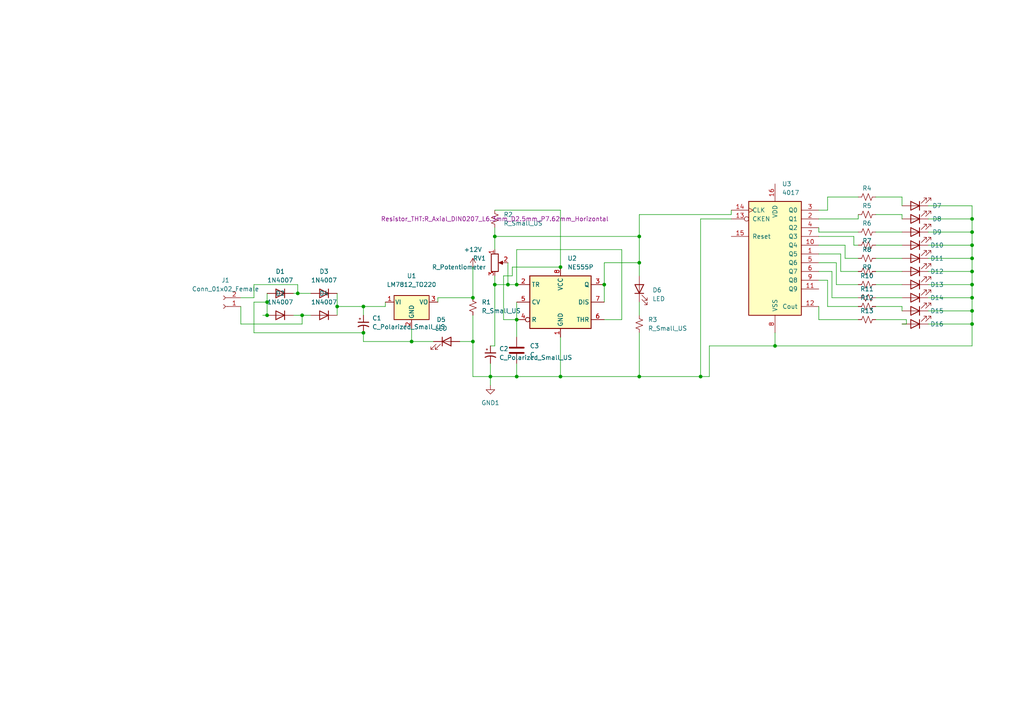
<source format=kicad_sch>
(kicad_sch (version 20211123) (generator eeschema)
  (paper "A4")
  (lib_symbols
    (symbol "4xxx:4017" (pin_names (offset 1.016))
      (property "Reference" "U" (at -7.62 16.51 0))
      (property "Value" "4017" (at -7.62 -19.05 0))
      (symbol "4017_1_0"
        (pin output line (at 12.7 0 180) (length 5.08) (name "Q5") (number "1"))
        (pin output line (at 12.7 2.54 180) (length 5.08) (name "Q4") (number "10"))
        (pin output line (at 12.7 -10.16 180) (length 5.08) (name "Q9") (number "11"))
        (pin output line (at 12.7 -15.24 180) (length 5.08) (name "Cout") (number "12"))
        (pin input inverted (at -12.7 10.16 0) (length 5.08) (name "CKEN") (number "13"))
        (pin input clock (at -12.7 12.7 0) (length 5.08) (name "CLK") (number "14"))
        (pin input line (at -12.7 5.08 0) (length 5.08) (name "Reset") (number "15"))
        (pin power_in line (at 0 20.32 270) (length 5.08) (name "VDD") (number "16"))
        (pin output line (at 12.7 10.16 180) (length 5.08) (name "Q1") (number "2"))
        (pin output line (at 12.7 12.7 180) (length 5.08) (name "Q0") (number "3"))
        (pin output line (at 12.7 7.62 180) (length 5.08) (name "Q2") (number "4"))
        (pin output line (at 12.7 -2.54 180) (length 5.08) (name "Q6") (number "5"))
        (pin output line (at 12.7 -5.08 180) (length 5.08) (name "Q7") (number "6"))
        (pin output line (at 12.7 5.08 180) (length 5.08) (name "Q3") (number "7"))
        (pin power_in line (at 0 -22.86 90) (length 5.08) (name "VSS") (number "8"))
        (pin output line (at 12.7 -7.62 180) (length 5.08) (name "Q8") (number "9"))
      )
      (symbol "4017_1_1"
        (rectangle (start -7.62 15.24) (end 7.62 -17.78) (stroke (width 0.254)) (fill (type background)))
      )
    )
    (symbol "Connector:Conn_01x02_Female" (pin_names (offset 1.016) hide)
      (property "Reference" "J" (at 0 2.54 0))
      (property "Value" "Conn_01x02_Female" (at 0 -5.08 0))
      (symbol "Conn_01x02_Female_1_1"
        (arc (start 0 -2.032) (mid -0.508 -2.54) (end 0 -3.048) (stroke (width 0.1524)))
        (polyline (pts (xy -1.27 -2.54) (xy -0.508 -2.54)) (stroke (width 0.1524)))
        (polyline (pts (xy -1.27 0) (xy -0.508 0)) (stroke (width 0.1524)))
        (arc (start 0 0.508) (mid -0.508 0) (end 0 -0.508) (stroke (width 0.1524)))
        (pin passive line (at -5.08 0 0) (length 3.81) (name "Pin_1") (number "1"))
        (pin passive line (at -5.08 -2.54 0) (length 3.81) (name "Pin_2") (number "2"))
      )
    )
    (symbol "Device:C" (pin_numbers hide) (pin_names (offset 0.254))
      (property "Reference" "C" (at 0.635 2.54 0))
      (property "Value" "C" (at 0.635 -2.54 0))
      (symbol "C_0_1"
        (polyline (pts (xy -2.032 -0.762) (xy 2.032 -0.762)) (stroke (width 0.508)))
        (polyline (pts (xy -2.032 0.762) (xy 2.032 0.762)) (stroke (width 0.508)))
      )
      (symbol "C_1_1"
        (pin passive line (at 0 3.81 270) (length 2.794) (name "~") (number "1"))
        (pin passive line (at 0 -3.81 90) (length 2.794) (name "~") (number "2"))
      )
    )
    (symbol "Device:C_Polarized_Small_US" (pin_numbers hide) (pin_names (offset 0.254) hide)
      (property "Reference" "C" (at 0.254 1.778 0))
      (property "Value" "C_Polarized_Small_US" (at 0.254 -2.032 0))
      (symbol "C_Polarized_Small_US_0_1"
        (polyline (pts (xy -1.524 0.508) (xy 1.524 0.508)) (stroke (width 0.3048)))
        (polyline (pts (xy -1.27 1.524) (xy -0.762 1.524)))
        (polyline (pts (xy -1.016 1.27) (xy -1.016 1.778)))
        (arc (start 1.524 -0.762) (mid 0 -0.3734) (end -1.524 -0.762) (stroke (width 0.3048)))
      )
      (symbol "C_Polarized_Small_US_1_1"
        (pin passive line (at 0 2.54 270) (length 2.032) (name "~") (number "1"))
        (pin passive line (at 0 -2.54 90) (length 2.032) (name "~") (number "2"))
      )
    )
    (symbol "Device:LED" (pin_numbers hide) (pin_names (offset 1.016) hide)
      (property "Reference" "D" (at 0 2.54 0))
      (property "Value" "LED" (at 0 -2.54 0))
      (symbol "LED_0_1"
        (polyline (pts (xy -1.27 -1.27) (xy -1.27 1.27)) (stroke (width 0.254)))
        (polyline (pts (xy -1.27 0) (xy 1.27 0)))
        (polyline (pts (xy 1.27 -1.27) (xy 1.27 1.27) (xy -1.27 0) (xy 1.27 -1.27)) (stroke (width 0.254)))
        (polyline (pts (xy -3.048 -0.762) (xy -4.572 -2.286) (xy -3.81 -2.286) (xy -4.572 -2.286) (xy -4.572 -1.524)))
        (polyline (pts (xy -1.778 -0.762) (xy -3.302 -2.286) (xy -2.54 -2.286) (xy -3.302 -2.286) (xy -3.302 -1.524)))
      )
      (symbol "LED_1_1"
        (pin passive line (at -3.81 0 0) (length 2.54) (name "K") (number "1"))
        (pin passive line (at 3.81 0 180) (length 2.54) (name "A") (number "2"))
      )
    )
    (symbol "Device:R_Potentiometer" (pin_names (offset 1.016) hide)
      (property "Reference" "RV" (at -4.445 0 90))
      (property "Value" "R_Potentiometer" (at -2.54 0 90))
      (symbol "R_Potentiometer_0_1"
        (polyline (pts (xy 2.54 0) (xy 1.524 0)))
        (polyline (pts (xy 1.143 0) (xy 2.286 0.508) (xy 2.286 -0.508) (xy 1.143 0)) (fill (type outline)))
        (rectangle (start 1.016 2.54) (end -1.016 -2.54) (stroke (width 0.254)))
      )
      (symbol "R_Potentiometer_1_1"
        (pin passive line (at 0 3.81 270) (length 1.27) (name "1") (number "1"))
        (pin passive line (at 3.81 0 180) (length 1.27) (name "2") (number "2"))
        (pin passive line (at 0 -3.81 90) (length 1.27) (name "3") (number "3"))
      )
    )
    (symbol "Device:R_Small_US" (pin_numbers hide) (pin_names (offset 0.254) hide)
      (property "Reference" "R" (at 0.762 0.508 0))
      (property "Value" "R_Small_US" (at 0.762 -1.016 0))
      (symbol "R_Small_US_1_1"
        (polyline (pts (xy 0 0) (xy 1.016 -0.381) (xy 0 -0.762) (xy -1.016 -1.143) (xy 0 -1.524)))
        (polyline (pts (xy 0 1.524) (xy 1.016 1.143) (xy 0 0.762) (xy -1.016 0.381) (xy 0 0)))
        (pin passive line (at 0 2.54 270) (length 1.016) (name "~") (number "1"))
        (pin passive line (at 0 -2.54 90) (length 1.016) (name "~") (number "2"))
      )
    )
    (symbol "Diode:1N4007" (pin_numbers hide) (pin_names (offset 1.016) hide)
      (property "Reference" "D" (at 0 2.54 0))
      (property "Value" "1N4007" (at 0 -2.54 0))
      (symbol "1N4007_0_1"
        (polyline (pts (xy -1.27 1.27) (xy -1.27 -1.27)) (stroke (width 0.254)))
        (polyline (pts (xy 1.27 0) (xy -1.27 0)))
        (polyline (pts (xy 1.27 1.27) (xy 1.27 -1.27) (xy -1.27 0) (xy 1.27 1.27)) (stroke (width 0.254)))
      )
      (symbol "1N4007_1_1"
        (pin passive line (at -3.81 0 0) (length 2.54) (name "K") (number "1"))
        (pin passive line (at 3.81 0 180) (length 2.54) (name "A") (number "2"))
      )
    )
    (symbol "Regulator_Linear:LM7812_TO220" (pin_names (offset 0.254))
      (property "Reference" "U" (at -3.81 3.175 0))
      (property "Value" "LM7812_TO220" (at 0 3.175 0))
      (symbol "LM7812_TO220_0_1"
        (rectangle (start -5.08 1.905) (end 5.08 -5.08) (stroke (width 0.254)) (fill (type background)))
      )
      (symbol "LM7812_TO220_1_1"
        (pin power_in line (at -7.62 0 0) (length 2.54) (name "VI") (number "1"))
        (pin power_in line (at 0 -7.62 90) (length 2.54) (name "GND") (number "2"))
        (pin power_out line (at 7.62 0 180) (length 2.54) (name "VO") (number "3"))
      )
    )
    (symbol "Timer:NE555P"
      (property "Reference" "U" (at -10.16 8.89 0))
      (property "Value" "NE555P" (at 2.54 8.89 0))
      (symbol "NE555P_0_0"
        (pin power_in line (at 0 -10.16 90) (length 2.54) (name "GND") (number "1"))
        (pin power_in line (at 0 10.16 270) (length 2.54) (name "VCC") (number "8"))
      )
      (symbol "NE555P_0_1"
        (rectangle (start -8.89 -7.62) (end 8.89 7.62) (stroke (width 0.254)) (fill (type background)))
        (rectangle (start -8.89 -7.62) (end 8.89 7.62) (stroke (width 0.254)) (fill (type background)))
      )
      (symbol "NE555P_1_1"
        (pin input line (at -12.7 5.08 0) (length 3.81) (name "TR") (number "2"))
        (pin output line (at 12.7 5.08 180) (length 3.81) (name "Q") (number "3"))
        (pin input inverted (at -12.7 -5.08 0) (length 3.81) (name "R") (number "4"))
        (pin input line (at -12.7 0 0) (length 3.81) (name "CV") (number "5"))
        (pin input line (at 12.7 -5.08 180) (length 3.81) (name "THR") (number "6"))
        (pin input line (at 12.7 0 180) (length 3.81) (name "DIS") (number "7"))
      )
    )
    (symbol "power:+12V" (power) (pin_names (offset 0))
      (property "Value" "+12V" (at 0 3.556 0))
      (symbol "+12V_0_1"
        (polyline (pts (xy -0.762 1.27) (xy 0 2.54)))
        (polyline (pts (xy 0 0) (xy 0 2.54)))
        (polyline (pts (xy 0 2.54) (xy 0.762 1.27)))
      )
      (symbol "+12V_1_1"
        (pin power_in line (at 0 0 90) (length 0) hide (name "+12V") (number "1"))
      )
    )
    (symbol "power:GND1" (power) (pin_names (offset 0))
      (property "Value" "GND1" (at 0 -3.81 0))
      (symbol "GND1_0_1"
        (polyline (pts (xy 0 0) (xy 0 -1.27) (xy 1.27 -1.27) (xy 0 -2.54) (xy -1.27 -1.27) (xy 0 -1.27)))
      )
      (symbol "GND1_1_1"
        (pin power_in line (at 0 0 270) (length 0) hide (name "GND1") (number "1"))
      )
    )
  )
  (junction (at 162.56 109.22))
  (junction (at 137.16 86.36))
  (junction (at 149.86 92.71))
  (junction (at 281.94 63.5))
  (junction (at 119.38 99.06))
  (junction (at 97.79 88.9))
  (junction (at 281.94 86.36))
  (junction (at 143.51 82.55))
  (junction (at 224.79 100.33))
  (junction (at 149.86 82.55))
  (junction (at 281.94 93.98))
  (junction (at 185.42 76.2))
  (junction (at 281.94 71.12))
  (junction (at 77.47 87.63))
  (junction (at 185.42 109.22))
  (junction (at 105.41 96.52))
  (junction (at 281.94 90.17))
  (junction (at 77.47 91.44))
  (junction (at 143.51 68.58))
  (junction (at 281.94 67.31))
  (junction (at 203.2 109.22))
  (junction (at 281.94 82.55))
  (junction (at 142.24 109.22))
  (junction (at 149.86 109.22))
  (junction (at 162.56 77.47))
  (junction (at 87.63 91.44))
  (junction (at 86.36 85.09))
  (junction (at 281.94 78.74))
  (junction (at 105.41 88.9))
  (junction (at 185.42 68.58))
  (junction (at 175.26 82.55))
  (junction (at 137.16 99.06))
  (junction (at 281.94 74.93))
  (junction (at 147.32 82.55))
  (wire (pts (xy 137.16 91.44) (xy 137.16 99.06)))
  (wire (pts (xy 111.76 87.63) (xy 111.76 88.9)))
  (wire (pts (xy 203.2 63.5) (xy 203.2 109.22)))
  (wire (pts (xy 281.94 86.36) (xy 281.94 90.17)))
  (wire (pts (xy 162.56 60.96) (xy 162.56 77.47)))
  (wire (pts (xy 111.76 88.9) (xy 105.41 88.9)))
  (wire (pts (xy 269.24 82.55) (xy 281.94 82.55)))
  (wire (pts (xy 105.41 88.9) (xy 97.79 88.9)))
  (wire (pts (xy 185.42 109.22) (xy 203.2 109.22)))
  (wire (pts (xy 146.05 92.71) (xy 149.86 92.71)))
  (wire (pts (xy 237.49 81.28) (xy 240.03 81.28)))
  (wire (pts (xy 143.51 80.01) (xy 143.51 82.55)))
  (wire (pts (xy 149.86 87.63) (xy 149.86 92.71)))
  (wire (pts (xy 245.11 74.93) (xy 248.92 74.93)))
  (wire (pts (xy 87.63 91.44) (xy 90.17 91.44)))
  (wire (pts (xy 262.89 92.71) (xy 262.89 93.98)))
  (wire (pts (xy 73.66 87.63) (xy 77.47 87.63)))
  (wire (pts (xy 97.79 85.09) (xy 97.79 88.9)))
  (wire (pts (xy 146.05 80.01) (xy 146.05 92.71)))
  (wire (pts (xy 162.56 77.47) (xy 148.59 77.47)))
  (wire (pts (xy 175.26 82.55) (xy 175.26 87.63)))
  (wire (pts (xy 119.38 99.06) (xy 105.41 99.06)))
  (wire (pts (xy 143.51 68.58) (xy 143.51 72.39)))
  (wire (pts (xy 243.84 73.66) (xy 243.84 78.74)))
  (wire (pts (xy 149.86 105.41) (xy 149.86 109.22)))
  (wire (pts (xy 137.16 109.22) (xy 137.16 99.06)))
  (wire (pts (xy 125.73 99.06) (xy 119.38 99.06)))
  (wire (pts (xy 97.79 88.9) (xy 97.79 91.44)))
  (wire (pts (xy 247.65 68.58) (xy 237.49 68.58)))
  (wire (pts (xy 237.49 76.2) (xy 242.57 76.2)))
  (wire (pts (xy 262.89 93.98) (xy 261.62 93.98)))
  (wire (pts (xy 269.24 86.36) (xy 281.94 86.36)))
  (wire (pts (xy 254 74.93) (xy 261.62 74.93)))
  (wire (pts (xy 241.3 86.36) (xy 248.92 86.36)))
  (wire (pts (xy 261.62 62.23) (xy 261.62 63.5)))
  (wire (pts (xy 137.16 99.06) (xy 133.35 99.06)))
  (wire (pts (xy 143.51 60.96) (xy 162.56 60.96)))
  (wire (pts (xy 73.66 82.55) (xy 86.36 82.55)))
  (wire (pts (xy 224.79 100.33) (xy 205.74 100.33)))
  (wire (pts (xy 224.79 100.33) (xy 281.94 100.33)))
  (wire (pts (xy 254 92.71) (xy 262.89 92.71)))
  (wire (pts (xy 281.94 67.31) (xy 281.94 71.12)))
  (wire (pts (xy 281.94 82.55) (xy 281.94 86.36)))
  (wire (pts (xy 245.11 71.12) (xy 245.11 74.93)))
  (wire (pts (xy 269.24 93.98) (xy 281.94 93.98)))
  (wire (pts (xy 69.85 88.9) (xy 69.85 93.98)))
  (wire (pts (xy 162.56 97.79) (xy 162.56 109.22)))
  (wire (pts (xy 162.56 109.22) (xy 185.42 109.22)))
  (wire (pts (xy 175.26 76.2) (xy 185.42 76.2)))
  (wire (pts (xy 147.32 76.2) (xy 147.32 82.55)))
  (wire (pts (xy 149.86 92.71) (xy 149.86 97.79)))
  (wire (pts (xy 73.66 96.52) (xy 73.66 87.63)))
  (wire (pts (xy 269.24 74.93) (xy 281.94 74.93)))
  (wire (pts (xy 240.03 81.28) (xy 240.03 88.9)))
  (wire (pts (xy 237.49 73.66) (xy 243.84 73.66)))
  (wire (pts (xy 242.57 76.2) (xy 242.57 82.55)))
  (wire (pts (xy 87.63 93.98) (xy 87.63 91.44)))
  (wire (pts (xy 205.74 100.33) (xy 205.74 109.22)))
  (wire (pts (xy 77.47 85.09) (xy 77.47 87.63)))
  (wire (pts (xy 180.34 72.39) (xy 149.86 72.39)))
  (wire (pts (xy 143.51 82.55) (xy 143.51 100.33)))
  (wire (pts (xy 142.24 111.76) (xy 142.24 109.22)))
  (wire (pts (xy 180.34 92.71) (xy 180.34 72.39)))
  (wire (pts (xy 281.94 71.12) (xy 281.94 74.93)))
  (wire (pts (xy 237.49 60.96) (xy 240.03 60.96)))
  (wire (pts (xy 148.59 80.01) (xy 146.05 80.01)))
  (wire (pts (xy 224.79 96.52) (xy 224.79 100.33)))
  (wire (pts (xy 269.24 63.5) (xy 281.94 63.5)))
  (wire (pts (xy 143.51 100.33) (xy 142.24 100.33)))
  (wire (pts (xy 185.42 62.23) (xy 185.42 68.58)))
  (wire (pts (xy 281.94 74.93) (xy 281.94 78.74)))
  (wire (pts (xy 127 86.36) (xy 127 87.63)))
  (wire (pts (xy 149.86 109.22) (xy 142.24 109.22)))
  (wire (pts (xy 69.85 93.98) (xy 87.63 93.98)))
  (wire (pts (xy 147.32 82.55) (xy 149.86 82.55)))
  (wire (pts (xy 248.92 63.5) (xy 248.92 62.23)))
  (wire (pts (xy 237.49 63.5) (xy 248.92 63.5)))
  (wire (pts (xy 254 62.23) (xy 261.62 62.23)))
  (wire (pts (xy 254 57.15) (xy 261.62 57.15)))
  (wire (pts (xy 105.41 99.06) (xy 105.41 96.52)))
  (wire (pts (xy 137.16 86.36) (xy 127 86.36)))
  (wire (pts (xy 76.2 91.44) (xy 77.47 91.44)))
  (wire (pts (xy 205.74 109.22) (xy 203.2 109.22)))
  (wire (pts (xy 240.03 57.15) (xy 248.92 57.15)))
  (wire (pts (xy 248.92 71.12) (xy 247.65 71.12)))
  (wire (pts (xy 212.09 60.96) (xy 212.09 62.23)))
  (wire (pts (xy 237.49 71.12) (xy 245.11 71.12)))
  (wire (pts (xy 142.24 109.22) (xy 137.16 109.22)))
  (wire (pts (xy 143.51 66.04) (xy 143.51 68.58)))
  (wire (pts (xy 85.09 85.09) (xy 86.36 85.09)))
  (wire (pts (xy 247.65 71.12) (xy 247.65 68.58)))
  (wire (pts (xy 212.09 62.23) (xy 185.42 62.23)))
  (wire (pts (xy 175.26 92.71) (xy 180.34 92.71)))
  (wire (pts (xy 149.86 72.39) (xy 149.86 82.55)))
  (wire (pts (xy 281.94 59.69) (xy 281.94 63.5)))
  (wire (pts (xy 185.42 76.2) (xy 185.42 68.58)))
  (wire (pts (xy 237.49 92.71) (xy 248.92 92.71)))
  (wire (pts (xy 212.09 63.5) (xy 203.2 63.5)))
  (wire (pts (xy 77.47 87.63) (xy 77.47 91.44)))
  (wire (pts (xy 175.26 82.55) (xy 175.26 76.2)))
  (wire (pts (xy 73.66 86.36) (xy 73.66 82.55)))
  (wire (pts (xy 243.84 78.74) (xy 248.92 78.74)))
  (wire (pts (xy 269.24 78.74) (xy 281.94 78.74)))
  (wire (pts (xy 281.94 93.98) (xy 281.94 100.33)))
  (wire (pts (xy 281.94 59.69) (xy 269.24 59.69)))
  (wire (pts (xy 185.42 68.58) (xy 143.51 68.58)))
  (wire (pts (xy 241.3 78.74) (xy 241.3 86.36)))
  (wire (pts (xy 237.49 78.74) (xy 241.3 78.74)))
  (wire (pts (xy 269.24 90.17) (xy 281.94 90.17)))
  (wire (pts (xy 254 86.36) (xy 261.62 86.36)))
  (wire (pts (xy 254 88.9) (xy 261.62 88.9)))
  (wire (pts (xy 85.09 91.44) (xy 87.63 91.44)))
  (wire (pts (xy 254 67.31) (xy 261.62 67.31)))
  (wire (pts (xy 242.57 82.55) (xy 248.92 82.55)))
  (wire (pts (xy 185.42 96.52) (xy 185.42 109.22)))
  (wire (pts (xy 69.85 86.36) (xy 73.66 86.36)))
  (wire (pts (xy 254 71.12) (xy 261.62 71.12)))
  (wire (pts (xy 137.16 77.47) (xy 137.16 86.36)))
  (wire (pts (xy 237.49 67.31) (xy 237.49 66.04)))
  (wire (pts (xy 86.36 85.09) (xy 90.17 85.09)))
  (wire (pts (xy 254 82.55) (xy 261.62 82.55)))
  (wire (pts (xy 147.32 82.55) (xy 143.51 82.55)))
  (wire (pts (xy 261.62 57.15) (xy 261.62 59.69)))
  (wire (pts (xy 119.38 95.25) (xy 119.38 99.06)))
  (wire (pts (xy 281.94 90.17) (xy 281.94 93.98)))
  (wire (pts (xy 185.42 87.63) (xy 185.42 91.44)))
  (wire (pts (xy 105.41 91.44) (xy 105.41 88.9)))
  (wire (pts (xy 162.56 109.22) (xy 149.86 109.22)))
  (wire (pts (xy 148.59 77.47) (xy 148.59 80.01)))
  (wire (pts (xy 185.42 80.01) (xy 185.42 76.2)))
  (wire (pts (xy 240.03 60.96) (xy 240.03 57.15)))
  (wire (pts (xy 105.41 96.52) (xy 73.66 96.52)))
  (wire (pts (xy 269.24 71.12) (xy 281.94 71.12)))
  (wire (pts (xy 248.92 67.31) (xy 237.49 67.31)))
  (wire (pts (xy 281.94 63.5) (xy 281.94 67.31)))
  (wire (pts (xy 254 78.74) (xy 261.62 78.74)))
  (wire (pts (xy 86.36 82.55) (xy 86.36 85.09)))
  (wire (pts (xy 142.24 105.41) (xy 142.24 109.22)))
  (wire (pts (xy 269.24 67.31) (xy 281.94 67.31)))
  (wire (pts (xy 261.62 88.9) (xy 261.62 90.17)))
  (wire (pts (xy 237.49 88.9) (xy 237.49 92.71)))
  (wire (pts (xy 240.03 88.9) (xy 248.92 88.9)))
  (wire (pts (xy 281.94 78.74) (xy 281.94 82.55)))
  (symbol (lib_id "Device:R_Small_US") (at 137.16 88.9 0) (unit 1)
    (property "Reference" "R1" (at 139.7 87.6299 0) (effects (justify left)))
    (property "Value" "R_Small_US" (at 139.7 90.1699 0) (effects (justify left)))
    (property "Footprint" "Resistor_THT:R_Axial_DIN0204_L3.6mm_D1.6mm_P7.62mm_Horizontal" (effects hide))
  )
  (symbol (lib_id "Diode:1N4007") (at 93.98 91.44 180) (unit 1)
    (property "Reference" "D4" (at 93.98 85.09 0))
    (property "Value" "1N4007" (at 93.98 87.63 0))
    (property "Footprint" "Diode_THT:D_DO-41_SOD81_P10.16mm_Horizontal" (effects hide))
    (property "Datasheet" "http://www.vishay.com/docs/88503/1n4001.pdf" (effects hide))
  )
  (symbol (lib_id "Device:R_Small_US") (at 251.46 92.71 90) (unit 1)
    (property "Reference" "R13" (at 251.46 90.17 90))
    (property "Value" "R_Small_US" (effects hide))
    (property "Footprint" "Resistor_THT:R_Axial_DIN0204_L3.6mm_D1.6mm_P7.62mm_Horizontal" (effects hide))
  )
  (symbol (lib_id "Device:LED") (at 265.43 86.36 180) (unit 1)
    (property "Reference" "D14" (at 271.78 86.36 0))
    (property "Value" "LED" (effects hide))
    (property "Footprint" "LED_THT:LED_D4.0mm" (effects hide))
  )
  (symbol (lib_id "Device:R_Small_US") (at 251.46 88.9 90) (unit 1)
    (property "Reference" "R12" (at 251.46 86.36 90))
    (property "Value" "R_Small_US" (effects hide))
    (property "Footprint" "Resistor_THT:R_Axial_DIN0204_L3.6mm_D1.6mm_P7.62mm_Horizontal" (effects hide))
  )
  (symbol (lib_id "Device:LED") (at 265.43 90.17 180) (unit 1)
    (property "Reference" "D15" (at 271.78 90.17 0))
    (property "Value" "LED" (effects hide))
    (property "Footprint" "LED_THT:LED_D4.0mm" (effects hide))
  )
  (symbol (lib_id "Device:R_Small_US") (at 251.46 78.74 90) (unit 1)
    (property "Reference" "R9" (at 251.46 77.47 90))
    (property "Value" "R_Small_US" (effects hide))
    (property "Footprint" "Resistor_THT:R_Axial_DIN0204_L3.6mm_D1.6mm_P7.62mm_Horizontal" (effects hide))
  )
  (symbol (lib_id "Device:LED") (at 185.42 83.82 90) (unit 1)
    (property "Reference" "D6" (at 189.23 84.1374 90) (effects (justify right)))
    (property "Value" "LED" (at 189.23 86.6774 90) (effects (justify right)))
    (property "Footprint" "LED_THT:LED_D5.0mm" (effects hide))
  )
  (symbol (lib_id "Device:R_Potentiometer") (at 143.51 76.2 0) (unit 1)
    (property "Reference" "RV1" (at 140.97 74.9299 0) (effects (justify right)))
    (property "Value" "R_Potentiometer" (at 140.97 77.4699 0) (effects (justify right)))
    (property "Footprint" "Potentiometer_THT:Potentiometer_Vishay_148-149_Single_Horizontal" (effects hide))
  )
  (symbol (lib_id "Device:C_Polarized_Small_US") (at 142.24 102.87 0) (unit 1)
    (property "Reference" "C2" (at 144.78 101.1681 0) (effects (justify left)))
    (property "Value" "C_Polarized_Small_US" (at 144.78 103.7081 0) (effects (justify left)))
    (property "Footprint" "Capacitor_THT:CP_Radial_D8.0mm_P2.50mm" (effects hide))
  )
  (symbol (lib_id "Device:LED") (at 265.43 67.31 180) (unit 1)
    (property "Reference" "D9" (at 271.78 67.31 0))
    (property "Value" "LED" (effects hide))
    (property "Footprint" "LED_THT:LED_D4.0mm" (effects hide))
  )
  (symbol (lib_id "Regulator_Linear:LM7812_TO220") (at 119.38 87.63 0) (unit 1)
    (property "Reference" "U1" (at 119.38 80.01 0))
    (property "Value" "LM7812_TO220" (at 119.38 82.55 0))
    (property "Footprint" "Package_TO_SOT_THT:TO-220-3_Vertical" (effects hide))
    (property "Datasheet" "https://www.onsemi.cn/PowerSolutions/document/MC7800-D.PDF" (effects hide))
  )
  (symbol (lib_id "Device:LED") (at 265.43 93.98 180) (unit 1)
    (property "Reference" "D16" (at 271.78 93.98 0))
    (property "Value" "LED" (effects hide))
    (property "Footprint" "LED_THT:LED_D4.0mm" (effects hide))
  )
  (symbol (lib_id "Device:C_Polarized_Small_US") (at 105.41 93.98 0) (unit 1)
    (property "Reference" "C1" (at 107.95 92.2781 0) (effects (justify left)))
    (property "Value" "C_Polarized_Small_US" (at 107.95 94.8181 0) (effects (justify left)))
    (property "Footprint" "Capacitor_THT:CP_Radial_D8.0mm_P2.50mm" (effects hide))
  )
  (symbol (lib_id "Device:R_Small_US") (at 251.46 82.55 90) (unit 1)
    (property "Reference" "R10" (at 251.46 80.01 90))
    (property "Value" "R_Small_US" (effects hide))
    (property "Footprint" "Resistor_THT:R_Axial_DIN0204_L3.6mm_D1.6mm_P7.62mm_Horizontal" (effects hide))
  )
  (symbol (lib_id "Device:R_Small_US") (at 251.46 62.23 90) (unit 1)
    (property "Reference" "R5" (at 251.46 59.69 90))
    (property "Value" "R_Small_US" (effects hide))
    (property "Footprint" "Resistor_THT:R_Axial_DIN0204_L3.6mm_D1.6mm_P7.62mm_Horizontal" (effects hide))
  )
  (symbol (lib_id "Timer:NE555P") (at 162.56 87.63 0) (unit 1)
    (property "Reference" "U2" (at 164.5794 74.93 0) (effects (justify left)))
    (property "Value" "NE555P" (at 164.5794 77.47 0) (effects (justify left)))
    (property "Footprint" "Package_DIP:DIP-8_W7.62mm" (effects hide))
    (property "Datasheet" "http://www.ti.com/lit/ds/symlink/ne555.pdf" (effects hide))
  )
  (symbol (lib_id "Device:LED") (at 265.43 74.93 180) (unit 1)
    (property "Reference" "D11" (at 271.78 74.93 0))
    (property "Value" "LED" (effects hide))
    (property "Footprint" "LED_THT:LED_D4.0mm" (effects hide))
  )
  (symbol (lib_id "Device:R_Small_US") (at 251.46 86.36 90) (unit 1)
    (property "Reference" "R11" (at 251.46 83.82 90))
    (property "Value" "R_Small_US" (effects hide))
    (property "Footprint" "Resistor_THT:R_Axial_DIN0204_L3.6mm_D1.6mm_P7.62mm_Horizontal" (effects hide))
  )
  (symbol (lib_id "Connector:Conn_01x02_Female") (at 64.77 88.9 180) (unit 1)
    (property "Reference" "J1" (at 65.405 81.28 0))
    (property "Value" "Conn_01x02_Female" (at 65.405 83.82 0))
    (property "Footprint" "Connector_JST:JST_EH_B2B-EH-A_1x02_P2.50mm_Vertical" (effects hide))
  )
  (symbol (lib_id "Device:LED") (at 265.43 82.55 180) (unit 1)
    (property "Reference" "D13" (at 271.78 82.55 0))
    (property "Value" "LED" (effects hide))
    (property "Footprint" "LED_THT:LED_D4.0mm" (effects hide))
  )
  (symbol (lib_id "Device:LED") (at 265.43 71.12 180) (unit 1)
    (property "Reference" "D10" (at 271.78 71.12 0))
    (property "Value" "LED" (effects hide))
    (property "Footprint" "LED_THT:LED_D4.0mm" (effects hide))
  )
  (symbol (lib_id "Device:LED") (at 265.43 63.5 180) (unit 1)
    (property "Reference" "D8" (at 271.78 63.5 0))
    (property "Value" "LED" (effects hide))
    (property "Footprint" "LED_THT:LED_D4.0mm" (effects hide))
  )
  (symbol (lib_id "Diode:1N4007") (at 93.98 85.09 180) (unit 1)
    (property "Reference" "D3" (at 93.98 78.74 0))
    (property "Value" "1N4007" (at 93.98 81.28 0))
    (property "Footprint" "Diode_THT:D_DO-41_SOD81_P10.16mm_Horizontal" (effects hide))
    (property "Datasheet" "http://www.vishay.com/docs/88503/1n4001.pdf" (effects hide))
  )
  (symbol (lib_id "4xxx:4017") (at 224.79 73.66 0) (unit 1)
    (property "Reference" "U3" (at 226.8094 53.34 0) (effects (justify left)))
    (property "Value" "4017" (at 226.8094 55.88 0) (effects (justify left)))
    (property "Footprint" "Package_DIP:DIP-16_W7.62mm" (effects hide))
    (property "Datasheet" "http://www.intersil.com/content/dam/Intersil/documents/cd40/cd4017bms-22bms.pdf" (effects hide))
  )
  (symbol (lib_id "Device:LED") (at 265.43 59.69 180) (unit 1)
    (property "Reference" "D7" (at 271.78 59.69 0))
    (property "Value" "LED" (effects hide))
    (property "Footprint" "LED_THT:LED_D4.0mm" (effects hide))
  )
  (symbol (lib_id "Diode:1N4007") (at 81.28 85.09 180) (unit 1)
    (property "Reference" "D1" (at 81.28 78.74 0))
    (property "Value" "1N4007" (at 81.28 81.28 0))
    (property "Footprint" "Diode_THT:D_DO-41_SOD81_P10.16mm_Horizontal" (effects hide))
    (property "Datasheet" "http://www.vishay.com/docs/88503/1n4001.pdf" (effects hide))
  )
  (symbol (lib_id "Device:R_Small_US") (at 251.46 74.93 90) (unit 1)
    (property "Reference" "R8" (at 251.46 72.39 90))
    (property "Value" "R_Small_US" (effects hide))
    (property "Footprint" "Resistor_THT:R_Axial_DIN0204_L3.6mm_D1.6mm_P7.62mm_Horizontal" (effects hide))
  )
  (symbol (lib_id "Device:R_Small_US") (at 143.51 63.5 0) (unit 1)
    (property "Reference" "R2" (at 146.05 62.2299 0) (effects (justify left)))
    (property "Value" "R_Small_US" (at 146.05 64.7699 0) (effects (justify left)))
    (property "Footprint" "Resistor_THT:R_Axial_DIN0207_L6.3mm_D2.5mm_P7.62mm_Horizontal" (at 143.51 63.5 0))
  )
  (symbol (lib_id "Device:LED") (at 265.43 78.74 180) (unit 1)
    (property "Reference" "D12" (at 271.78 78.74 0))
    (property "Value" "LED" (effects hide))
    (property "Footprint" "LED_THT:LED_D4.0mm" (effects hide))
  )
  (symbol (lib_id "power:+12V") (at 137.16 77.47 0) (unit 1)
    (property "Reference" "#PWR01" (effects hide))
    (property "Value" "+12V" (at 137.16 72.39 0))
  )
  (symbol (lib_id "Device:R_Small_US") (at 251.46 67.31 90) (unit 1)
    (property "Reference" "R6" (at 251.46 64.77 90))
    (property "Value" "R_Small_US" (effects hide))
    (property "Footprint" "Resistor_THT:R_Axial_DIN0204_L3.6mm_D1.6mm_P7.62mm_Horizontal" (effects hide))
  )
  (symbol (lib_id "Device:LED") (at 129.54 99.06 0) (unit 1)
    (property "Reference" "D5" (at 127.9525 92.71 0))
    (property "Value" "LED" (at 127.9525 95.25 0))
    (property "Footprint" "LED_THT:LED_D4.0mm" (effects hide))
  )
  (symbol (lib_id "Device:R_Small_US") (at 251.46 71.12 90) (unit 1)
    (property "Reference" "R7" (at 251.46 69.85 90))
    (property "Value" "R_Small_US" (effects hide))
    (property "Footprint" "Resistor_THT:R_Axial_DIN0204_L3.6mm_D1.6mm_P7.62mm_Horizontal" (effects hide))
  )
  (symbol (lib_id "power:GND1") (at 142.24 111.76 0) (unit 1)
    (property "Reference" "#PWR02" (effects hide))
    (property "Value" "GND1" (at 142.24 116.84 0))
  )
  (symbol (lib_id "Diode:1N4007") (at 81.28 91.44 180) (unit 1)
    (property "Reference" "D2" (at 81.28 85.09 0))
    (property "Value" "1N4007" (at 81.28 87.63 0))
    (property "Footprint" "Diode_THT:D_DO-41_SOD81_P10.16mm_Horizontal" (effects hide))
    (property "Datasheet" "http://www.vishay.com/docs/88503/1n4001.pdf" (effects hide))
  )
  (symbol (lib_id "Device:R_Small_US") (at 251.46 57.15 90) (unit 1)
    (property "Reference" "R4" (at 251.46 54.61 90))
    (property "Value" "R_Small_US" (effects hide))
    (property "Footprint" "Resistor_THT:R_Axial_DIN0204_L3.6mm_D1.6mm_P7.62mm_Horizontal" (effects hide))
  )
  (symbol (lib_id "Device:C") (at 149.86 101.6 0) (unit 1)
    (property "Reference" "C3" (at 153.67 100.3299 0) (effects (justify left)))
    (property "Value" "C" (at 153.67 102.8699 0) (effects (justify left)))
    (property "Footprint" "Capacitor_THT:C_Disc_D3.0mm_W1.6mm_P2.50mm" (effects hide))
  )
  (symbol (lib_id "Device:R_Small_US") (at 185.42 93.98 0) (unit 1)
    (property "Reference" "R3" (at 187.96 92.7099 0) (effects (justify left)))
    (property "Value" "R_Small_US" (at 187.96 95.2499 0) (effects (justify left)))
    (property "Footprint" "Resistor_THT:R_Axial_DIN0207_L6.3mm_D2.5mm_P7.62mm_Horizontal" (effects hide))
  )
)
</source>
